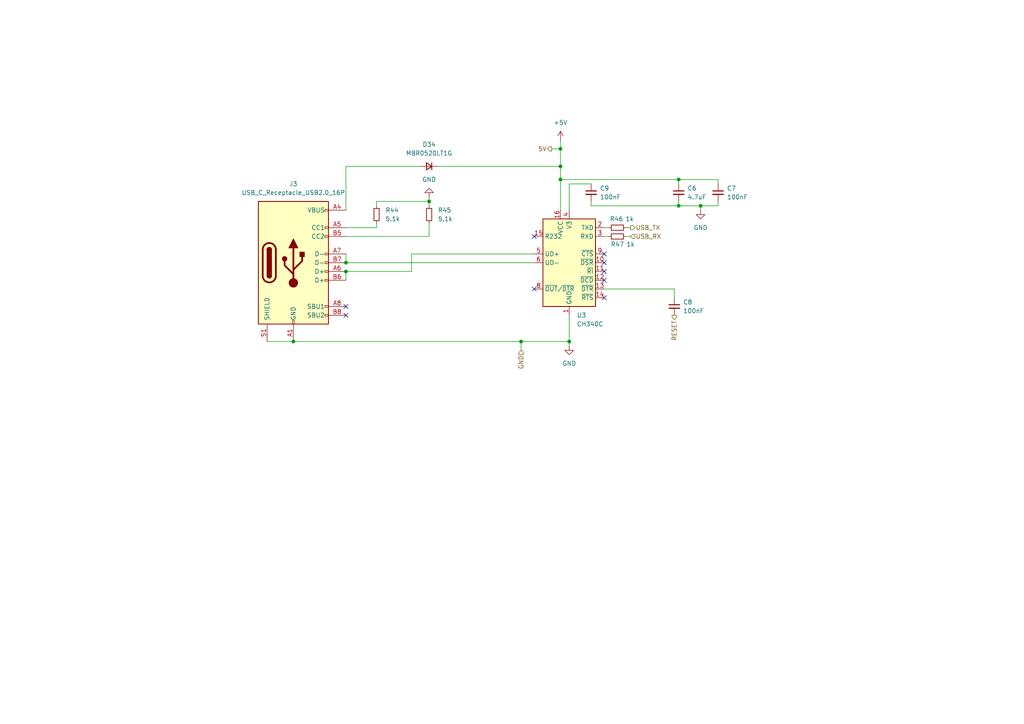
<source format=kicad_sch>
(kicad_sch
	(version 20231120)
	(generator "eeschema")
	(generator_version "8.0")
	(uuid "dd23b238-dffa-4d6a-8949-5d3a0c191a40")
	(paper "A4")
	(title_block
		(title "USB-C Port & Serial interfacing")
		(date "2024-07-03")
		(rev "0.5.x")
		(company "Pablo Ortiz López, Evan MacDonald")
	)
	(lib_symbols
		(symbol "Connector:USB_C_Receptacle_USB2.0_16P"
			(pin_names
				(offset 1.016)
			)
			(exclude_from_sim no)
			(in_bom yes)
			(on_board yes)
			(property "Reference" "J"
				(at 0 22.225 0)
				(effects
					(font
						(size 1.27 1.27)
					)
				)
			)
			(property "Value" "USB_C_Receptacle_USB2.0_16P"
				(at 0 19.685 0)
				(effects
					(font
						(size 1.27 1.27)
					)
				)
			)
			(property "Footprint" ""
				(at 3.81 0 0)
				(effects
					(font
						(size 1.27 1.27)
					)
					(hide yes)
				)
			)
			(property "Datasheet" "https://www.usb.org/sites/default/files/documents/usb_type-c.zip"
				(at 3.81 0 0)
				(effects
					(font
						(size 1.27 1.27)
					)
					(hide yes)
				)
			)
			(property "Description" "USB 2.0-only 16P Type-C Receptacle connector"
				(at 0 0 0)
				(effects
					(font
						(size 1.27 1.27)
					)
					(hide yes)
				)
			)
			(property "ki_keywords" "usb universal serial bus type-C USB2.0"
				(at 0 0 0)
				(effects
					(font
						(size 1.27 1.27)
					)
					(hide yes)
				)
			)
			(property "ki_fp_filters" "USB*C*Receptacle*"
				(at 0 0 0)
				(effects
					(font
						(size 1.27 1.27)
					)
					(hide yes)
				)
			)
			(symbol "USB_C_Receptacle_USB2.0_16P_0_0"
				(rectangle
					(start -0.254 -17.78)
					(end 0.254 -16.764)
					(stroke
						(width 0)
						(type default)
					)
					(fill
						(type none)
					)
				)
				(rectangle
					(start 10.16 -14.986)
					(end 9.144 -15.494)
					(stroke
						(width 0)
						(type default)
					)
					(fill
						(type none)
					)
				)
				(rectangle
					(start 10.16 -12.446)
					(end 9.144 -12.954)
					(stroke
						(width 0)
						(type default)
					)
					(fill
						(type none)
					)
				)
				(rectangle
					(start 10.16 -4.826)
					(end 9.144 -5.334)
					(stroke
						(width 0)
						(type default)
					)
					(fill
						(type none)
					)
				)
				(rectangle
					(start 10.16 -2.286)
					(end 9.144 -2.794)
					(stroke
						(width 0)
						(type default)
					)
					(fill
						(type none)
					)
				)
				(rectangle
					(start 10.16 0.254)
					(end 9.144 -0.254)
					(stroke
						(width 0)
						(type default)
					)
					(fill
						(type none)
					)
				)
				(rectangle
					(start 10.16 2.794)
					(end 9.144 2.286)
					(stroke
						(width 0)
						(type default)
					)
					(fill
						(type none)
					)
				)
				(rectangle
					(start 10.16 7.874)
					(end 9.144 7.366)
					(stroke
						(width 0)
						(type default)
					)
					(fill
						(type none)
					)
				)
				(rectangle
					(start 10.16 10.414)
					(end 9.144 9.906)
					(stroke
						(width 0)
						(type default)
					)
					(fill
						(type none)
					)
				)
				(rectangle
					(start 10.16 15.494)
					(end 9.144 14.986)
					(stroke
						(width 0)
						(type default)
					)
					(fill
						(type none)
					)
				)
			)
			(symbol "USB_C_Receptacle_USB2.0_16P_0_1"
				(rectangle
					(start -10.16 17.78)
					(end 10.16 -17.78)
					(stroke
						(width 0.254)
						(type default)
					)
					(fill
						(type background)
					)
				)
				(arc
					(start -8.89 -3.81)
					(mid -6.985 -5.7067)
					(end -5.08 -3.81)
					(stroke
						(width 0.508)
						(type default)
					)
					(fill
						(type none)
					)
				)
				(arc
					(start -7.62 -3.81)
					(mid -6.985 -4.4423)
					(end -6.35 -3.81)
					(stroke
						(width 0.254)
						(type default)
					)
					(fill
						(type none)
					)
				)
				(arc
					(start -7.62 -3.81)
					(mid -6.985 -4.4423)
					(end -6.35 -3.81)
					(stroke
						(width 0.254)
						(type default)
					)
					(fill
						(type outline)
					)
				)
				(rectangle
					(start -7.62 -3.81)
					(end -6.35 3.81)
					(stroke
						(width 0.254)
						(type default)
					)
					(fill
						(type outline)
					)
				)
				(arc
					(start -6.35 3.81)
					(mid -6.985 4.4423)
					(end -7.62 3.81)
					(stroke
						(width 0.254)
						(type default)
					)
					(fill
						(type none)
					)
				)
				(arc
					(start -6.35 3.81)
					(mid -6.985 4.4423)
					(end -7.62 3.81)
					(stroke
						(width 0.254)
						(type default)
					)
					(fill
						(type outline)
					)
				)
				(arc
					(start -5.08 3.81)
					(mid -6.985 5.7067)
					(end -8.89 3.81)
					(stroke
						(width 0.508)
						(type default)
					)
					(fill
						(type none)
					)
				)
				(circle
					(center -2.54 1.143)
					(radius 0.635)
					(stroke
						(width 0.254)
						(type default)
					)
					(fill
						(type outline)
					)
				)
				(circle
					(center 0 -5.842)
					(radius 1.27)
					(stroke
						(width 0)
						(type default)
					)
					(fill
						(type outline)
					)
				)
				(polyline
					(pts
						(xy -8.89 -3.81) (xy -8.89 3.81)
					)
					(stroke
						(width 0.508)
						(type default)
					)
					(fill
						(type none)
					)
				)
				(polyline
					(pts
						(xy -5.08 3.81) (xy -5.08 -3.81)
					)
					(stroke
						(width 0.508)
						(type default)
					)
					(fill
						(type none)
					)
				)
				(polyline
					(pts
						(xy 0 -5.842) (xy 0 4.318)
					)
					(stroke
						(width 0.508)
						(type default)
					)
					(fill
						(type none)
					)
				)
				(polyline
					(pts
						(xy 0 -3.302) (xy -2.54 -0.762) (xy -2.54 0.508)
					)
					(stroke
						(width 0.508)
						(type default)
					)
					(fill
						(type none)
					)
				)
				(polyline
					(pts
						(xy 0 -2.032) (xy 2.54 0.508) (xy 2.54 1.778)
					)
					(stroke
						(width 0.508)
						(type default)
					)
					(fill
						(type none)
					)
				)
				(polyline
					(pts
						(xy -1.27 4.318) (xy 0 6.858) (xy 1.27 4.318) (xy -1.27 4.318)
					)
					(stroke
						(width 0.254)
						(type default)
					)
					(fill
						(type outline)
					)
				)
				(rectangle
					(start 1.905 1.778)
					(end 3.175 3.048)
					(stroke
						(width 0.254)
						(type default)
					)
					(fill
						(type outline)
					)
				)
			)
			(symbol "USB_C_Receptacle_USB2.0_16P_1_1"
				(pin passive line
					(at 0 -22.86 90)
					(length 5.08)
					(name "GND"
						(effects
							(font
								(size 1.27 1.27)
							)
						)
					)
					(number "A1"
						(effects
							(font
								(size 1.27 1.27)
							)
						)
					)
				)
				(pin passive line
					(at 0 -22.86 90)
					(length 5.08) hide
					(name "GND"
						(effects
							(font
								(size 1.27 1.27)
							)
						)
					)
					(number "A12"
						(effects
							(font
								(size 1.27 1.27)
							)
						)
					)
				)
				(pin passive line
					(at 15.24 15.24 180)
					(length 5.08)
					(name "VBUS"
						(effects
							(font
								(size 1.27 1.27)
							)
						)
					)
					(number "A4"
						(effects
							(font
								(size 1.27 1.27)
							)
						)
					)
				)
				(pin bidirectional line
					(at 15.24 10.16 180)
					(length 5.08)
					(name "CC1"
						(effects
							(font
								(size 1.27 1.27)
							)
						)
					)
					(number "A5"
						(effects
							(font
								(size 1.27 1.27)
							)
						)
					)
				)
				(pin bidirectional line
					(at 15.24 -2.54 180)
					(length 5.08)
					(name "D+"
						(effects
							(font
								(size 1.27 1.27)
							)
						)
					)
					(number "A6"
						(effects
							(font
								(size 1.27 1.27)
							)
						)
					)
				)
				(pin bidirectional line
					(at 15.24 2.54 180)
					(length 5.08)
					(name "D-"
						(effects
							(font
								(size 1.27 1.27)
							)
						)
					)
					(number "A7"
						(effects
							(font
								(size 1.27 1.27)
							)
						)
					)
				)
				(pin bidirectional line
					(at 15.24 -12.7 180)
					(length 5.08)
					(name "SBU1"
						(effects
							(font
								(size 1.27 1.27)
							)
						)
					)
					(number "A8"
						(effects
							(font
								(size 1.27 1.27)
							)
						)
					)
				)
				(pin passive line
					(at 15.24 15.24 180)
					(length 5.08) hide
					(name "VBUS"
						(effects
							(font
								(size 1.27 1.27)
							)
						)
					)
					(number "A9"
						(effects
							(font
								(size 1.27 1.27)
							)
						)
					)
				)
				(pin passive line
					(at 0 -22.86 90)
					(length 5.08) hide
					(name "GND"
						(effects
							(font
								(size 1.27 1.27)
							)
						)
					)
					(number "B1"
						(effects
							(font
								(size 1.27 1.27)
							)
						)
					)
				)
				(pin passive line
					(at 0 -22.86 90)
					(length 5.08) hide
					(name "GND"
						(effects
							(font
								(size 1.27 1.27)
							)
						)
					)
					(number "B12"
						(effects
							(font
								(size 1.27 1.27)
							)
						)
					)
				)
				(pin passive line
					(at 15.24 15.24 180)
					(length 5.08) hide
					(name "VBUS"
						(effects
							(font
								(size 1.27 1.27)
							)
						)
					)
					(number "B4"
						(effects
							(font
								(size 1.27 1.27)
							)
						)
					)
				)
				(pin bidirectional line
					(at 15.24 7.62 180)
					(length 5.08)
					(name "CC2"
						(effects
							(font
								(size 1.27 1.27)
							)
						)
					)
					(number "B5"
						(effects
							(font
								(size 1.27 1.27)
							)
						)
					)
				)
				(pin bidirectional line
					(at 15.24 -5.08 180)
					(length 5.08)
					(name "D+"
						(effects
							(font
								(size 1.27 1.27)
							)
						)
					)
					(number "B6"
						(effects
							(font
								(size 1.27 1.27)
							)
						)
					)
				)
				(pin bidirectional line
					(at 15.24 0 180)
					(length 5.08)
					(name "D-"
						(effects
							(font
								(size 1.27 1.27)
							)
						)
					)
					(number "B7"
						(effects
							(font
								(size 1.27 1.27)
							)
						)
					)
				)
				(pin bidirectional line
					(at 15.24 -15.24 180)
					(length 5.08)
					(name "SBU2"
						(effects
							(font
								(size 1.27 1.27)
							)
						)
					)
					(number "B8"
						(effects
							(font
								(size 1.27 1.27)
							)
						)
					)
				)
				(pin passive line
					(at 15.24 15.24 180)
					(length 5.08) hide
					(name "VBUS"
						(effects
							(font
								(size 1.27 1.27)
							)
						)
					)
					(number "B9"
						(effects
							(font
								(size 1.27 1.27)
							)
						)
					)
				)
				(pin passive line
					(at -7.62 -22.86 90)
					(length 5.08)
					(name "SHIELD"
						(effects
							(font
								(size 1.27 1.27)
							)
						)
					)
					(number "S1"
						(effects
							(font
								(size 1.27 1.27)
							)
						)
					)
				)
			)
		)
		(symbol "Device:C_Small"
			(pin_numbers hide)
			(pin_names
				(offset 0.254) hide)
			(exclude_from_sim no)
			(in_bom yes)
			(on_board yes)
			(property "Reference" "C"
				(at 0.254 1.778 0)
				(effects
					(font
						(size 1.27 1.27)
					)
					(justify left)
				)
			)
			(property "Value" "C_Small"
				(at 0.254 -2.032 0)
				(effects
					(font
						(size 1.27 1.27)
					)
					(justify left)
				)
			)
			(property "Footprint" ""
				(at 0 0 0)
				(effects
					(font
						(size 1.27 1.27)
					)
					(hide yes)
				)
			)
			(property "Datasheet" "~"
				(at 0 0 0)
				(effects
					(font
						(size 1.27 1.27)
					)
					(hide yes)
				)
			)
			(property "Description" "Unpolarized capacitor, small symbol"
				(at 0 0 0)
				(effects
					(font
						(size 1.27 1.27)
					)
					(hide yes)
				)
			)
			(property "ki_keywords" "capacitor cap"
				(at 0 0 0)
				(effects
					(font
						(size 1.27 1.27)
					)
					(hide yes)
				)
			)
			(property "ki_fp_filters" "C_*"
				(at 0 0 0)
				(effects
					(font
						(size 1.27 1.27)
					)
					(hide yes)
				)
			)
			(symbol "C_Small_0_1"
				(polyline
					(pts
						(xy -1.524 -0.508) (xy 1.524 -0.508)
					)
					(stroke
						(width 0.3302)
						(type default)
					)
					(fill
						(type none)
					)
				)
				(polyline
					(pts
						(xy -1.524 0.508) (xy 1.524 0.508)
					)
					(stroke
						(width 0.3048)
						(type default)
					)
					(fill
						(type none)
					)
				)
			)
			(symbol "C_Small_1_1"
				(pin passive line
					(at 0 2.54 270)
					(length 2.032)
					(name "~"
						(effects
							(font
								(size 1.27 1.27)
							)
						)
					)
					(number "1"
						(effects
							(font
								(size 1.27 1.27)
							)
						)
					)
				)
				(pin passive line
					(at 0 -2.54 90)
					(length 2.032)
					(name "~"
						(effects
							(font
								(size 1.27 1.27)
							)
						)
					)
					(number "2"
						(effects
							(font
								(size 1.27 1.27)
							)
						)
					)
				)
			)
		)
		(symbol "Device:D_Small"
			(pin_numbers hide)
			(pin_names
				(offset 0.254) hide)
			(exclude_from_sim no)
			(in_bom yes)
			(on_board yes)
			(property "Reference" "D"
				(at -1.27 2.032 0)
				(effects
					(font
						(size 1.27 1.27)
					)
					(justify left)
				)
			)
			(property "Value" "D_Small"
				(at -3.81 -2.032 0)
				(effects
					(font
						(size 1.27 1.27)
					)
					(justify left)
				)
			)
			(property "Footprint" ""
				(at 0 0 90)
				(effects
					(font
						(size 1.27 1.27)
					)
					(hide yes)
				)
			)
			(property "Datasheet" "~"
				(at 0 0 90)
				(effects
					(font
						(size 1.27 1.27)
					)
					(hide yes)
				)
			)
			(property "Description" "Diode, small symbol"
				(at 0 0 0)
				(effects
					(font
						(size 1.27 1.27)
					)
					(hide yes)
				)
			)
			(property "Sim.Device" "D"
				(at 0 0 0)
				(effects
					(font
						(size 1.27 1.27)
					)
					(hide yes)
				)
			)
			(property "Sim.Pins" "1=K 2=A"
				(at 0 0 0)
				(effects
					(font
						(size 1.27 1.27)
					)
					(hide yes)
				)
			)
			(property "ki_keywords" "diode"
				(at 0 0 0)
				(effects
					(font
						(size 1.27 1.27)
					)
					(hide yes)
				)
			)
			(property "ki_fp_filters" "TO-???* *_Diode_* *SingleDiode* D_*"
				(at 0 0 0)
				(effects
					(font
						(size 1.27 1.27)
					)
					(hide yes)
				)
			)
			(symbol "D_Small_0_1"
				(polyline
					(pts
						(xy -0.762 -1.016) (xy -0.762 1.016)
					)
					(stroke
						(width 0.254)
						(type default)
					)
					(fill
						(type none)
					)
				)
				(polyline
					(pts
						(xy -0.762 0) (xy 0.762 0)
					)
					(stroke
						(width 0)
						(type default)
					)
					(fill
						(type none)
					)
				)
				(polyline
					(pts
						(xy 0.762 -1.016) (xy -0.762 0) (xy 0.762 1.016) (xy 0.762 -1.016)
					)
					(stroke
						(width 0.254)
						(type default)
					)
					(fill
						(type none)
					)
				)
			)
			(symbol "D_Small_1_1"
				(pin passive line
					(at -2.54 0 0)
					(length 1.778)
					(name "K"
						(effects
							(font
								(size 1.27 1.27)
							)
						)
					)
					(number "1"
						(effects
							(font
								(size 1.27 1.27)
							)
						)
					)
				)
				(pin passive line
					(at 2.54 0 180)
					(length 1.778)
					(name "A"
						(effects
							(font
								(size 1.27 1.27)
							)
						)
					)
					(number "2"
						(effects
							(font
								(size 1.27 1.27)
							)
						)
					)
				)
			)
		)
		(symbol "Device:R_Small"
			(pin_numbers hide)
			(pin_names
				(offset 0.254) hide)
			(exclude_from_sim no)
			(in_bom yes)
			(on_board yes)
			(property "Reference" "R"
				(at 0.762 0.508 0)
				(effects
					(font
						(size 1.27 1.27)
					)
					(justify left)
				)
			)
			(property "Value" "R_Small"
				(at 0.762 -1.016 0)
				(effects
					(font
						(size 1.27 1.27)
					)
					(justify left)
				)
			)
			(property "Footprint" ""
				(at 0 0 0)
				(effects
					(font
						(size 1.27 1.27)
					)
					(hide yes)
				)
			)
			(property "Datasheet" "~"
				(at 0 0 0)
				(effects
					(font
						(size 1.27 1.27)
					)
					(hide yes)
				)
			)
			(property "Description" "Resistor, small symbol"
				(at 0 0 0)
				(effects
					(font
						(size 1.27 1.27)
					)
					(hide yes)
				)
			)
			(property "ki_keywords" "R resistor"
				(at 0 0 0)
				(effects
					(font
						(size 1.27 1.27)
					)
					(hide yes)
				)
			)
			(property "ki_fp_filters" "R_*"
				(at 0 0 0)
				(effects
					(font
						(size 1.27 1.27)
					)
					(hide yes)
				)
			)
			(symbol "R_Small_0_1"
				(rectangle
					(start -0.762 1.778)
					(end 0.762 -1.778)
					(stroke
						(width 0.2032)
						(type default)
					)
					(fill
						(type none)
					)
				)
			)
			(symbol "R_Small_1_1"
				(pin passive line
					(at 0 2.54 270)
					(length 0.762)
					(name "~"
						(effects
							(font
								(size 1.27 1.27)
							)
						)
					)
					(number "1"
						(effects
							(font
								(size 1.27 1.27)
							)
						)
					)
				)
				(pin passive line
					(at 0 -2.54 90)
					(length 0.762)
					(name "~"
						(effects
							(font
								(size 1.27 1.27)
							)
						)
					)
					(number "2"
						(effects
							(font
								(size 1.27 1.27)
							)
						)
					)
				)
			)
		)
		(symbol "Interface_USB:CH340C"
			(exclude_from_sim no)
			(in_bom yes)
			(on_board yes)
			(property "Reference" "U"
				(at -5.08 13.97 0)
				(effects
					(font
						(size 1.27 1.27)
					)
					(justify right)
				)
			)
			(property "Value" "CH340C"
				(at 1.27 13.97 0)
				(effects
					(font
						(size 1.27 1.27)
					)
					(justify left)
				)
			)
			(property "Footprint" "Package_SO:SOIC-16_3.9x9.9mm_P1.27mm"
				(at 1.27 -13.97 0)
				(effects
					(font
						(size 1.27 1.27)
					)
					(justify left)
					(hide yes)
				)
			)
			(property "Datasheet" "https://datasheet.lcsc.com/szlcsc/Jiangsu-Qin-Heng-CH340C_C84681.pdf"
				(at -8.89 20.32 0)
				(effects
					(font
						(size 1.27 1.27)
					)
					(hide yes)
				)
			)
			(property "Description" "USB serial converter, UART, SOIC-16"
				(at 0 0 0)
				(effects
					(font
						(size 1.27 1.27)
					)
					(hide yes)
				)
			)
			(property "ki_keywords" "USB UART Serial Converter Interface"
				(at 0 0 0)
				(effects
					(font
						(size 1.27 1.27)
					)
					(hide yes)
				)
			)
			(property "ki_fp_filters" "SOIC*3.9x9.9mm*P1.27mm*"
				(at 0 0 0)
				(effects
					(font
						(size 1.27 1.27)
					)
					(hide yes)
				)
			)
			(symbol "CH340C_0_1"
				(rectangle
					(start -7.62 12.7)
					(end 7.62 -12.7)
					(stroke
						(width 0.254)
						(type default)
					)
					(fill
						(type background)
					)
				)
			)
			(symbol "CH340C_1_1"
				(pin power_in line
					(at 0 -15.24 90)
					(length 2.54)
					(name "GND"
						(effects
							(font
								(size 1.27 1.27)
							)
						)
					)
					(number "1"
						(effects
							(font
								(size 1.27 1.27)
							)
						)
					)
				)
				(pin input line
					(at 10.16 0 180)
					(length 2.54)
					(name "~{DSR}"
						(effects
							(font
								(size 1.27 1.27)
							)
						)
					)
					(number "10"
						(effects
							(font
								(size 1.27 1.27)
							)
						)
					)
				)
				(pin input line
					(at 10.16 -2.54 180)
					(length 2.54)
					(name "~{RI}"
						(effects
							(font
								(size 1.27 1.27)
							)
						)
					)
					(number "11"
						(effects
							(font
								(size 1.27 1.27)
							)
						)
					)
				)
				(pin input line
					(at 10.16 -5.08 180)
					(length 2.54)
					(name "~{DCD}"
						(effects
							(font
								(size 1.27 1.27)
							)
						)
					)
					(number "12"
						(effects
							(font
								(size 1.27 1.27)
							)
						)
					)
				)
				(pin output line
					(at 10.16 -7.62 180)
					(length 2.54)
					(name "~{DTR}"
						(effects
							(font
								(size 1.27 1.27)
							)
						)
					)
					(number "13"
						(effects
							(font
								(size 1.27 1.27)
							)
						)
					)
				)
				(pin output line
					(at 10.16 -10.16 180)
					(length 2.54)
					(name "~{RTS}"
						(effects
							(font
								(size 1.27 1.27)
							)
						)
					)
					(number "14"
						(effects
							(font
								(size 1.27 1.27)
							)
						)
					)
				)
				(pin input line
					(at -10.16 7.62 0)
					(length 2.54)
					(name "R232"
						(effects
							(font
								(size 1.27 1.27)
							)
						)
					)
					(number "15"
						(effects
							(font
								(size 1.27 1.27)
							)
						)
					)
				)
				(pin power_in line
					(at -2.54 15.24 270)
					(length 2.54)
					(name "VCC"
						(effects
							(font
								(size 1.27 1.27)
							)
						)
					)
					(number "16"
						(effects
							(font
								(size 1.27 1.27)
							)
						)
					)
				)
				(pin output line
					(at 10.16 10.16 180)
					(length 2.54)
					(name "TXD"
						(effects
							(font
								(size 1.27 1.27)
							)
						)
					)
					(number "2"
						(effects
							(font
								(size 1.27 1.27)
							)
						)
					)
				)
				(pin input line
					(at 10.16 7.62 180)
					(length 2.54)
					(name "RXD"
						(effects
							(font
								(size 1.27 1.27)
							)
						)
					)
					(number "3"
						(effects
							(font
								(size 1.27 1.27)
							)
						)
					)
				)
				(pin power_out line
					(at 0 15.24 270)
					(length 2.54)
					(name "V3"
						(effects
							(font
								(size 1.27 1.27)
							)
						)
					)
					(number "4"
						(effects
							(font
								(size 1.27 1.27)
							)
						)
					)
				)
				(pin bidirectional line
					(at -10.16 2.54 0)
					(length 2.54)
					(name "UD+"
						(effects
							(font
								(size 1.27 1.27)
							)
						)
					)
					(number "5"
						(effects
							(font
								(size 1.27 1.27)
							)
						)
					)
				)
				(pin bidirectional line
					(at -10.16 0 0)
					(length 2.54)
					(name "UD-"
						(effects
							(font
								(size 1.27 1.27)
							)
						)
					)
					(number "6"
						(effects
							(font
								(size 1.27 1.27)
							)
						)
					)
				)
				(pin no_connect line
					(at -7.62 -5.08 0)
					(length 2.54) hide
					(name "NC"
						(effects
							(font
								(size 1.27 1.27)
							)
						)
					)
					(number "7"
						(effects
							(font
								(size 1.27 1.27)
							)
						)
					)
				)
				(pin output line
					(at -10.16 -7.62 0)
					(length 2.54)
					(name "~{OUT}/~{DTR}"
						(effects
							(font
								(size 1.27 1.27)
							)
						)
					)
					(number "8"
						(effects
							(font
								(size 1.27 1.27)
							)
						)
					)
				)
				(pin input line
					(at 10.16 2.54 180)
					(length 2.54)
					(name "~{CTS}"
						(effects
							(font
								(size 1.27 1.27)
							)
						)
					)
					(number "9"
						(effects
							(font
								(size 1.27 1.27)
							)
						)
					)
				)
			)
		)
		(symbol "power:+5V"
			(power)
			(pin_numbers hide)
			(pin_names
				(offset 0) hide)
			(exclude_from_sim no)
			(in_bom yes)
			(on_board yes)
			(property "Reference" "#PWR"
				(at 0 -3.81 0)
				(effects
					(font
						(size 1.27 1.27)
					)
					(hide yes)
				)
			)
			(property "Value" "+5V"
				(at 0 3.556 0)
				(effects
					(font
						(size 1.27 1.27)
					)
				)
			)
			(property "Footprint" ""
				(at 0 0 0)
				(effects
					(font
						(size 1.27 1.27)
					)
					(hide yes)
				)
			)
			(property "Datasheet" ""
				(at 0 0 0)
				(effects
					(font
						(size 1.27 1.27)
					)
					(hide yes)
				)
			)
			(property "Description" "Power symbol creates a global label with name \"+5V\""
				(at 0 0 0)
				(effects
					(font
						(size 1.27 1.27)
					)
					(hide yes)
				)
			)
			(property "ki_keywords" "global power"
				(at 0 0 0)
				(effects
					(font
						(size 1.27 1.27)
					)
					(hide yes)
				)
			)
			(symbol "+5V_0_1"
				(polyline
					(pts
						(xy -0.762 1.27) (xy 0 2.54)
					)
					(stroke
						(width 0)
						(type default)
					)
					(fill
						(type none)
					)
				)
				(polyline
					(pts
						(xy 0 0) (xy 0 2.54)
					)
					(stroke
						(width 0)
						(type default)
					)
					(fill
						(type none)
					)
				)
				(polyline
					(pts
						(xy 0 2.54) (xy 0.762 1.27)
					)
					(stroke
						(width 0)
						(type default)
					)
					(fill
						(type none)
					)
				)
			)
			(symbol "+5V_1_1"
				(pin power_in line
					(at 0 0 90)
					(length 0)
					(name "~"
						(effects
							(font
								(size 1.27 1.27)
							)
						)
					)
					(number "1"
						(effects
							(font
								(size 1.27 1.27)
							)
						)
					)
				)
			)
		)
		(symbol "power:GND"
			(power)
			(pin_names
				(offset 0)
			)
			(exclude_from_sim no)
			(in_bom yes)
			(on_board yes)
			(property "Reference" "#PWR"
				(at 0 -6.35 0)
				(effects
					(font
						(size 1.27 1.27)
					)
					(hide yes)
				)
			)
			(property "Value" "GND"
				(at 0 -3.81 0)
				(effects
					(font
						(size 1.27 1.27)
					)
				)
			)
			(property "Footprint" ""
				(at 0 0 0)
				(effects
					(font
						(size 1.27 1.27)
					)
					(hide yes)
				)
			)
			(property "Datasheet" ""
				(at 0 0 0)
				(effects
					(font
						(size 1.27 1.27)
					)
					(hide yes)
				)
			)
			(property "Description" "Power symbol creates a global label with name \"GND\" , ground"
				(at 0 0 0)
				(effects
					(font
						(size 1.27 1.27)
					)
					(hide yes)
				)
			)
			(property "ki_keywords" "global power"
				(at 0 0 0)
				(effects
					(font
						(size 1.27 1.27)
					)
					(hide yes)
				)
			)
			(symbol "GND_0_1"
				(polyline
					(pts
						(xy 0 0) (xy 0 -1.27) (xy 1.27 -1.27) (xy 0 -2.54) (xy -1.27 -1.27) (xy 0 -1.27)
					)
					(stroke
						(width 0)
						(type default)
					)
					(fill
						(type none)
					)
				)
			)
			(symbol "GND_1_1"
				(pin power_in line
					(at 0 0 270)
					(length 0) hide
					(name "GND"
						(effects
							(font
								(size 1.27 1.27)
							)
						)
					)
					(number "1"
						(effects
							(font
								(size 1.27 1.27)
							)
						)
					)
				)
			)
		)
	)
	(junction
		(at 162.56 48.26)
		(diameter 0)
		(color 0 0 0 0)
		(uuid "1689386c-d3b4-45e9-9eb1-af5ec7faaf0c")
	)
	(junction
		(at 196.85 52.07)
		(diameter 0)
		(color 0 0 0 0)
		(uuid "17f9e18d-c07b-4d7c-a526-486619e6ae3a")
	)
	(junction
		(at 165.1 99.06)
		(diameter 0)
		(color 0 0 0 0)
		(uuid "56281cef-732d-4739-876f-35f5b8b92783")
	)
	(junction
		(at 85.09 99.06)
		(diameter 0)
		(color 0 0 0 0)
		(uuid "6c083b0d-a5ba-46b9-af83-0f58b628050e")
	)
	(junction
		(at 124.46 58.42)
		(diameter 0)
		(color 0 0 0 0)
		(uuid "741db92a-aabf-437d-a1d5-0d4398ae485d")
	)
	(junction
		(at 162.56 43.18)
		(diameter 0)
		(color 0 0 0 0)
		(uuid "86527363-4d30-4550-b3ea-52c58c7e4f6b")
	)
	(junction
		(at 203.2 59.69)
		(diameter 0)
		(color 0 0 0 0)
		(uuid "8e93a548-1c14-485a-bc04-272e6c4c8136")
	)
	(junction
		(at 100.33 76.2)
		(diameter 0)
		(color 0 0 0 0)
		(uuid "a04069de-4320-4063-ab73-5f4b71f45553")
	)
	(junction
		(at 196.85 59.69)
		(diameter 0)
		(color 0 0 0 0)
		(uuid "d37ba4e1-9f1d-4561-9ab2-fe1a5fdc4814")
	)
	(junction
		(at 100.33 78.74)
		(diameter 0)
		(color 0 0 0 0)
		(uuid "e85a1f13-01d1-4fd0-95af-4fc4d6cb960a")
	)
	(junction
		(at 162.56 52.07)
		(diameter 0)
		(color 0 0 0 0)
		(uuid "f44e7d95-da3e-4cb2-b924-16a43cb91898")
	)
	(junction
		(at 151.13 99.06)
		(diameter 0)
		(color 0 0 0 0)
		(uuid "fc2f0de2-2bf2-4dce-8112-45d035919837")
	)
	(no_connect
		(at 154.94 68.58)
		(uuid "1382f293-b31a-499f-8b95-88fddb31d56b")
	)
	(no_connect
		(at 175.26 73.66)
		(uuid "28a6f662-23c2-49af-9256-d3a9aeee5969")
	)
	(no_connect
		(at 175.26 86.36)
		(uuid "402cafa6-9af6-4094-b9bb-ed4e822eaff9")
	)
	(no_connect
		(at 100.33 91.44)
		(uuid "455f9cf9-10e3-496b-b138-e7536bac10b6")
	)
	(no_connect
		(at 154.94 83.82)
		(uuid "58d398fd-6f4c-49ce-b8da-344ae8ce7c41")
	)
	(no_connect
		(at 100.33 88.9)
		(uuid "9bbdffbe-ee20-4f4b-b7ea-c65bd46f8abd")
	)
	(no_connect
		(at 175.26 78.74)
		(uuid "a3402384-5c14-44ea-91a2-7b8162a0c7c2")
	)
	(no_connect
		(at 175.26 76.2)
		(uuid "c3a761f9-1638-4965-bf1e-9eef4950769b")
	)
	(no_connect
		(at 175.26 81.28)
		(uuid "cb9fa626-5cb9-40a5-8c69-14ef1a3a3110")
	)
	(wire
		(pts
			(xy 100.33 60.96) (xy 100.33 48.26)
		)
		(stroke
			(width 0)
			(type default)
		)
		(uuid "13976e1a-011d-4eab-ae7e-2a3fe98f7c86")
	)
	(wire
		(pts
			(xy 165.1 100.33) (xy 165.1 99.06)
		)
		(stroke
			(width 0)
			(type default)
		)
		(uuid "1943b4ee-84eb-463d-8bc3-d28aa2b97bcf")
	)
	(wire
		(pts
			(xy 124.46 68.58) (xy 124.46 64.77)
		)
		(stroke
			(width 0)
			(type default)
		)
		(uuid "1eaff77c-6ac3-4315-824a-108d8d64d5c2")
	)
	(wire
		(pts
			(xy 203.2 60.96) (xy 203.2 59.69)
		)
		(stroke
			(width 0)
			(type default)
		)
		(uuid "20ca2f99-247d-4852-bf0d-ff710279fb59")
	)
	(wire
		(pts
			(xy 165.1 53.34) (xy 171.45 53.34)
		)
		(stroke
			(width 0)
			(type default)
		)
		(uuid "21f3323b-960b-4d14-9b60-4bf77088cbd8")
	)
	(wire
		(pts
			(xy 176.53 66.04) (xy 175.26 66.04)
		)
		(stroke
			(width 0)
			(type default)
		)
		(uuid "28895fcf-e815-490a-806c-1e8722020ec0")
	)
	(wire
		(pts
			(xy 196.85 52.07) (xy 208.28 52.07)
		)
		(stroke
			(width 0)
			(type default)
		)
		(uuid "29e0aff4-976f-4f2b-9b1e-78929775b2fa")
	)
	(wire
		(pts
			(xy 196.85 58.42) (xy 196.85 59.69)
		)
		(stroke
			(width 0)
			(type default)
		)
		(uuid "33bc66bc-36ed-47a7-ab67-c7ffac88a909")
	)
	(wire
		(pts
			(xy 196.85 59.69) (xy 203.2 59.69)
		)
		(stroke
			(width 0)
			(type default)
		)
		(uuid "3bb1298b-852b-4b4d-83d8-b7483d63fae5")
	)
	(wire
		(pts
			(xy 175.26 83.82) (xy 195.58 83.82)
		)
		(stroke
			(width 0)
			(type default)
		)
		(uuid "3d8037b4-850b-4c1b-bc80-1074d393b074")
	)
	(wire
		(pts
			(xy 100.33 68.58) (xy 124.46 68.58)
		)
		(stroke
			(width 0)
			(type default)
		)
		(uuid "3f35051e-b761-4d25-9e56-f0b268b00535")
	)
	(wire
		(pts
			(xy 162.56 43.18) (xy 162.56 48.26)
		)
		(stroke
			(width 0)
			(type default)
		)
		(uuid "4432086a-71df-4eca-aa7c-60db759ed9d1")
	)
	(wire
		(pts
			(xy 160.02 43.18) (xy 162.56 43.18)
		)
		(stroke
			(width 0)
			(type default)
		)
		(uuid "4bcb0299-5df0-4b20-8342-0ab5e49a4d3a")
	)
	(wire
		(pts
			(xy 100.33 48.26) (xy 121.92 48.26)
		)
		(stroke
			(width 0)
			(type default)
		)
		(uuid "4eeffd8a-604e-4440-98a2-7ede6bf1d0b3")
	)
	(wire
		(pts
			(xy 109.22 66.04) (xy 109.22 64.77)
		)
		(stroke
			(width 0)
			(type default)
		)
		(uuid "54ed480d-6196-4cc3-b713-ffb2f6591e00")
	)
	(wire
		(pts
			(xy 162.56 52.07) (xy 162.56 60.96)
		)
		(stroke
			(width 0)
			(type default)
		)
		(uuid "56f05d03-3d3f-4664-beaa-35e86aebb8d5")
	)
	(wire
		(pts
			(xy 171.45 59.69) (xy 171.45 58.42)
		)
		(stroke
			(width 0)
			(type default)
		)
		(uuid "5c6a6197-ad45-4145-b8f3-64f91f973029")
	)
	(wire
		(pts
			(xy 77.47 99.06) (xy 85.09 99.06)
		)
		(stroke
			(width 0)
			(type default)
		)
		(uuid "5e234923-30db-4154-843d-c5bd4d4e4f53")
	)
	(wire
		(pts
			(xy 151.13 101.6) (xy 151.13 99.06)
		)
		(stroke
			(width 0)
			(type default)
		)
		(uuid "755f663b-702e-498b-84a8-e3c95a34d839")
	)
	(wire
		(pts
			(xy 119.38 78.74) (xy 100.33 78.74)
		)
		(stroke
			(width 0)
			(type default)
		)
		(uuid "81c8500b-ecdd-4d70-a9d8-93655ebdc53e")
	)
	(wire
		(pts
			(xy 124.46 58.42) (xy 124.46 59.69)
		)
		(stroke
			(width 0)
			(type default)
		)
		(uuid "8597855b-23a3-44b8-8fe8-cab941d0af72")
	)
	(wire
		(pts
			(xy 119.38 73.66) (xy 119.38 78.74)
		)
		(stroke
			(width 0)
			(type default)
		)
		(uuid "89d3fb67-8cea-453e-b453-f218c57def34")
	)
	(wire
		(pts
			(xy 165.1 99.06) (xy 165.1 91.44)
		)
		(stroke
			(width 0)
			(type default)
		)
		(uuid "94405018-f05b-4fe5-82c1-dd96977e6f35")
	)
	(wire
		(pts
			(xy 151.13 99.06) (xy 165.1 99.06)
		)
		(stroke
			(width 0)
			(type default)
		)
		(uuid "956e055b-862b-408d-8d6f-0d839ea8426e")
	)
	(wire
		(pts
			(xy 208.28 59.69) (xy 203.2 59.69)
		)
		(stroke
			(width 0)
			(type default)
		)
		(uuid "9e2dbeed-a2c6-49b6-a9fd-16b3b8405497")
	)
	(wire
		(pts
			(xy 109.22 58.42) (xy 124.46 58.42)
		)
		(stroke
			(width 0)
			(type default)
		)
		(uuid "9f102673-b63a-4018-9522-557bbc077b7b")
	)
	(wire
		(pts
			(xy 100.33 66.04) (xy 109.22 66.04)
		)
		(stroke
			(width 0)
			(type default)
		)
		(uuid "a2348112-966e-4dd5-a0bc-14550e31a72c")
	)
	(wire
		(pts
			(xy 162.56 40.64) (xy 162.56 43.18)
		)
		(stroke
			(width 0)
			(type default)
		)
		(uuid "a421fee0-e080-4e38-bd40-d93199f03848")
	)
	(wire
		(pts
			(xy 165.1 60.96) (xy 165.1 53.34)
		)
		(stroke
			(width 0)
			(type default)
		)
		(uuid "a5440931-d5df-4ac8-a38a-6bedb6375a55")
	)
	(wire
		(pts
			(xy 195.58 83.82) (xy 195.58 86.36)
		)
		(stroke
			(width 0)
			(type default)
		)
		(uuid "a6acdb2c-a123-49e5-a229-17a8f47d38f2")
	)
	(wire
		(pts
			(xy 109.22 59.69) (xy 109.22 58.42)
		)
		(stroke
			(width 0)
			(type default)
		)
		(uuid "aac441ae-6102-438b-96c0-b0402277382a")
	)
	(wire
		(pts
			(xy 124.46 57.15) (xy 124.46 58.42)
		)
		(stroke
			(width 0)
			(type default)
		)
		(uuid "aadabfee-19d5-4b50-8840-043706d72ae1")
	)
	(wire
		(pts
			(xy 176.53 68.58) (xy 175.26 68.58)
		)
		(stroke
			(width 0)
			(type default)
		)
		(uuid "b416d0de-0597-49f9-9a2e-68f88dab76a9")
	)
	(wire
		(pts
			(xy 196.85 53.34) (xy 196.85 52.07)
		)
		(stroke
			(width 0)
			(type default)
		)
		(uuid "bac13ad7-0bba-46f8-9c7b-6662fa272732")
	)
	(wire
		(pts
			(xy 208.28 53.34) (xy 208.28 52.07)
		)
		(stroke
			(width 0)
			(type default)
		)
		(uuid "c0f314ba-f7e1-487b-b715-90efd18a92e7")
	)
	(wire
		(pts
			(xy 100.33 78.74) (xy 100.33 81.28)
		)
		(stroke
			(width 0)
			(type default)
		)
		(uuid "c96131bd-9614-4f70-9a0f-2d6e29cf39f3")
	)
	(wire
		(pts
			(xy 100.33 73.66) (xy 100.33 76.2)
		)
		(stroke
			(width 0)
			(type default)
		)
		(uuid "c9ee3291-c3c8-46b8-b81e-046c66666a82")
	)
	(wire
		(pts
			(xy 154.94 73.66) (xy 119.38 73.66)
		)
		(stroke
			(width 0)
			(type default)
		)
		(uuid "cefff7c5-5bf9-4528-b8bc-faf600e4229d")
	)
	(wire
		(pts
			(xy 100.33 76.2) (xy 154.94 76.2)
		)
		(stroke
			(width 0)
			(type default)
		)
		(uuid "d48906bf-0555-4831-a995-3b3965d703b6")
	)
	(wire
		(pts
			(xy 127 48.26) (xy 162.56 48.26)
		)
		(stroke
			(width 0)
			(type default)
		)
		(uuid "d55a789b-0251-4807-b4b2-6a34c780f50d")
	)
	(wire
		(pts
			(xy 208.28 58.42) (xy 208.28 59.69)
		)
		(stroke
			(width 0)
			(type default)
		)
		(uuid "d757a0f8-d950-4a06-9405-e28d9bb9321f")
	)
	(wire
		(pts
			(xy 85.09 99.06) (xy 151.13 99.06)
		)
		(stroke
			(width 0)
			(type default)
		)
		(uuid "df5859c9-2d97-4567-9c0a-e3328c495bec")
	)
	(wire
		(pts
			(xy 162.56 52.07) (xy 196.85 52.07)
		)
		(stroke
			(width 0)
			(type default)
		)
		(uuid "e534dcdb-97a1-4a5b-a0ba-1253ab168a0a")
	)
	(wire
		(pts
			(xy 182.88 68.58) (xy 181.61 68.58)
		)
		(stroke
			(width 0)
			(type default)
		)
		(uuid "ec134ccc-96b9-4817-befc-83545e6f7a47")
	)
	(wire
		(pts
			(xy 171.45 59.69) (xy 196.85 59.69)
		)
		(stroke
			(width 0)
			(type default)
		)
		(uuid "f179e6de-0a3d-4782-a78c-a080bbf0457e")
	)
	(wire
		(pts
			(xy 162.56 48.26) (xy 162.56 52.07)
		)
		(stroke
			(width 0)
			(type default)
		)
		(uuid "f49a8fbb-0a32-4725-a02d-db29589368c8")
	)
	(wire
		(pts
			(xy 182.88 66.04) (xy 181.61 66.04)
		)
		(stroke
			(width 0)
			(type default)
		)
		(uuid "fc1a6bfa-b696-40f4-98d9-f7d82182f3df")
	)
	(hierarchical_label "GND"
		(shape input)
		(at 151.13 101.6 270)
		(fields_autoplaced yes)
		(effects
			(font
				(size 1.27 1.27)
			)
			(justify right)
		)
		(uuid "29a64b41-b1fc-4fe9-b256-ae0ede52416c")
	)
	(hierarchical_label "USB_RX"
		(shape input)
		(at 182.88 68.58 0)
		(fields_autoplaced yes)
		(effects
			(font
				(size 1.27 1.27)
			)
			(justify left)
		)
		(uuid "44b6b815-1251-42a9-84d7-4d9021882bc0")
	)
	(hierarchical_label "RESET"
		(shape output)
		(at 195.58 91.44 270)
		(fields_autoplaced yes)
		(effects
			(font
				(size 1.27 1.27)
			)
			(justify right)
		)
		(uuid "ae09e4d4-7c21-4c9c-8a92-56b787d15756")
	)
	(hierarchical_label "USB_TX"
		(shape output)
		(at 182.88 66.04 0)
		(fields_autoplaced yes)
		(effects
			(font
				(size 1.27 1.27)
			)
			(justify left)
		)
		(uuid "d85dfbd9-ff4c-427e-b888-55fb3cfc867c")
	)
	(hierarchical_label "5V"
		(shape output)
		(at 160.02 43.18 180)
		(fields_autoplaced yes)
		(effects
			(font
				(size 1.27 1.27)
			)
			(justify right)
		)
		(uuid "db1c816b-26ff-4066-ac2b-4c5e06ec5a6c")
	)
	(symbol
		(lib_id "Connector:USB_C_Receptacle_USB2.0_16P")
		(at 85.09 76.2 0)
		(unit 1)
		(exclude_from_sim no)
		(in_bom yes)
		(on_board yes)
		(dnp no)
		(fields_autoplaced yes)
		(uuid "1cd70051-e296-41fc-a8a7-b374a8efbf50")
		(property "Reference" "J3"
			(at 85.09 53.34 0)
			(effects
				(font
					(size 1.27 1.27)
				)
			)
		)
		(property "Value" "USB_C_Receptacle_USB2.0_16P"
			(at 85.09 55.88 0)
			(effects
				(font
					(size 1.27 1.27)
				)
			)
		)
		(property "Footprint" "Connector_USB:USB_C_Receptacle_G-Switch_GT-USB-7010ASV"
			(at 88.9 76.2 0)
			(effects
				(font
					(size 1.27 1.27)
				)
				(hide yes)
			)
		)
		(property "Datasheet" "https://www.usb.org/sites/default/files/documents/usb_type-c.zip"
			(at 88.9 76.2 0)
			(effects
				(font
					(size 1.27 1.27)
				)
				(hide yes)
			)
		)
		(property "Description" "USB 2.0-only 16P Type-C Receptacle connector"
			(at 85.09 76.2 0)
			(effects
				(font
					(size 1.27 1.27)
				)
				(hide yes)
			)
		)
		(pin "B1"
			(uuid "b341a9ac-2ecd-420f-85cd-05e9b003fd79")
		)
		(pin "A8"
			(uuid "a807d71f-e9e6-47fe-bdc2-b70ba192b993")
		)
		(pin "S1"
			(uuid "33780111-823b-4d1a-9550-ae3fefa104a8")
		)
		(pin "B7"
			(uuid "ada76fd3-9c22-45d3-aa61-59788b271e35")
		)
		(pin "B12"
			(uuid "f7d74e49-220a-49b5-a63f-86c5a57a97a0")
		)
		(pin "A1"
			(uuid "6398e512-e8a7-4106-9b96-a7fcb3f13c12")
		)
		(pin "B9"
			(uuid "6aa96474-cecb-490a-ad64-956779791840")
		)
		(pin "A6"
			(uuid "4506f517-83ca-4cfa-bbb4-115c83b465a5")
		)
		(pin "A7"
			(uuid "f9292398-c64a-4c63-abd8-478c4525215c")
		)
		(pin "B8"
			(uuid "6455073b-ff1b-4f03-800c-d2d857cac6ed")
		)
		(pin "A4"
			(uuid "fcb2876e-e10e-42b4-a876-b55ede988eb7")
		)
		(pin "A9"
			(uuid "c5f10f46-bbb5-4e2d-b5e1-2bef069abec8")
		)
		(pin "A12"
			(uuid "ef4faa85-3755-4a63-8fbb-7a23e57e7762")
		)
		(pin "A5"
			(uuid "3e4e203a-0835-4c30-b2c6-32cc3977cc71")
		)
		(pin "B5"
			(uuid "f8527ee8-5b33-4852-9dee-ddca436bd810")
		)
		(pin "B6"
			(uuid "59885b59-fbc8-48e8-b313-ee9a483acb05")
		)
		(pin "B4"
			(uuid "f72f2ca8-8779-4256-96b9-d9c1dd4055ea")
		)
		(instances
			(project "Single_board"
				(path "/f30854c1-5bc2-470d-aabe-1768a5b01b46/2c846281-f7ac-4d2e-99f9-816b435af6ae"
					(reference "J3")
					(unit 1)
				)
			)
		)
	)
	(symbol
		(lib_id "Device:R_Small")
		(at 109.22 62.23 0)
		(unit 1)
		(exclude_from_sim no)
		(in_bom yes)
		(on_board yes)
		(dnp no)
		(fields_autoplaced yes)
		(uuid "2ce07082-3f11-45f4-9b68-b3508b7ba5a0")
		(property "Reference" "R44"
			(at 111.76 60.9599 0)
			(effects
				(font
					(size 1.27 1.27)
				)
				(justify left)
			)
		)
		(property "Value" "5.1k"
			(at 111.76 63.4999 0)
			(effects
				(font
					(size 1.27 1.27)
				)
				(justify left)
			)
		)
		(property "Footprint" "Resistor_SMD:R_0603_1608Metric"
			(at 109.22 62.23 0)
			(effects
				(font
					(size 1.27 1.27)
				)
				(hide yes)
			)
		)
		(property "Datasheet" "~"
			(at 109.22 62.23 0)
			(effects
				(font
					(size 1.27 1.27)
				)
				(hide yes)
			)
		)
		(property "Description" "Resistor, small symbol"
			(at 109.22 62.23 0)
			(effects
				(font
					(size 1.27 1.27)
				)
				(hide yes)
			)
		)
		(pin "2"
			(uuid "dc3d8028-a40a-47c8-a0eb-5e1ccce66abc")
		)
		(pin "1"
			(uuid "d0741835-3921-4d40-9fc6-dc963e08344b")
		)
		(instances
			(project "Single_board"
				(path "/f30854c1-5bc2-470d-aabe-1768a5b01b46/2c846281-f7ac-4d2e-99f9-816b435af6ae"
					(reference "R44")
					(unit 1)
				)
			)
		)
	)
	(symbol
		(lib_id "Device:C_Small")
		(at 196.85 55.88 0)
		(unit 1)
		(exclude_from_sim no)
		(in_bom yes)
		(on_board yes)
		(dnp no)
		(fields_autoplaced yes)
		(uuid "360d0b30-f3b7-4396-93b7-1b3aa884b6f3")
		(property "Reference" "C6"
			(at 199.39 54.6162 0)
			(effects
				(font
					(size 1.27 1.27)
				)
				(justify left)
			)
		)
		(property "Value" "4.7uF"
			(at 199.39 57.1562 0)
			(effects
				(font
					(size 1.27 1.27)
				)
				(justify left)
			)
		)
		(property "Footprint" "Capacitor_SMD:C_0805_2012Metric"
			(at 196.85 55.88 0)
			(effects
				(font
					(size 1.27 1.27)
				)
				(hide yes)
			)
		)
		(property "Datasheet" "~"
			(at 196.85 55.88 0)
			(effects
				(font
					(size 1.27 1.27)
				)
				(hide yes)
			)
		)
		(property "Description" "Unpolarized capacitor, small symbol"
			(at 196.85 55.88 0)
			(effects
				(font
					(size 1.27 1.27)
				)
				(hide yes)
			)
		)
		(pin "2"
			(uuid "dd7699ca-b49c-45d6-bd53-e696ebb5d517")
		)
		(pin "1"
			(uuid "9765ca8e-5f40-4fd6-a07f-7b5c4e6eb75e")
		)
		(instances
			(project "Single_board"
				(path "/f30854c1-5bc2-470d-aabe-1768a5b01b46/2c846281-f7ac-4d2e-99f9-816b435af6ae"
					(reference "C6")
					(unit 1)
				)
			)
		)
	)
	(symbol
		(lib_id "Device:D_Small")
		(at 124.46 48.26 180)
		(unit 1)
		(exclude_from_sim no)
		(in_bom yes)
		(on_board yes)
		(dnp no)
		(fields_autoplaced yes)
		(uuid "479627a8-4283-423a-8a4b-bc59cb8c8bde")
		(property "Reference" "D34"
			(at 124.46 41.91 0)
			(effects
				(font
					(size 1.27 1.27)
				)
			)
		)
		(property "Value" "MBR0520LT1G"
			(at 124.46 44.45 0)
			(effects
				(font
					(size 1.27 1.27)
				)
			)
		)
		(property "Footprint" "Diode_SMD:D_SOD-123"
			(at 124.46 48.26 90)
			(effects
				(font
					(size 1.27 1.27)
				)
				(hide yes)
			)
		)
		(property "Datasheet" "~"
			(at 124.46 48.26 90)
			(effects
				(font
					(size 1.27 1.27)
				)
				(hide yes)
			)
		)
		(property "Description" "Diode, small symbol"
			(at 124.46 48.26 0)
			(effects
				(font
					(size 1.27 1.27)
				)
				(hide yes)
			)
		)
		(property "Sim.Device" "D"
			(at 124.46 48.26 0)
			(effects
				(font
					(size 1.27 1.27)
				)
				(hide yes)
			)
		)
		(property "Sim.Pins" "1=K 2=A"
			(at 124.46 48.26 0)
			(effects
				(font
					(size 1.27 1.27)
				)
				(hide yes)
			)
		)
		(pin "1"
			(uuid "45276e40-832f-4239-9219-b5c68e3efeda")
		)
		(pin "2"
			(uuid "d8ab4534-3986-4657-984c-4b59b5c3e3c1")
		)
		(instances
			(project "Single_board"
				(path "/f30854c1-5bc2-470d-aabe-1768a5b01b46/2c846281-f7ac-4d2e-99f9-816b435af6ae"
					(reference "D34")
					(unit 1)
				)
			)
		)
	)
	(symbol
		(lib_id "Device:C_Small")
		(at 171.45 55.88 0)
		(unit 1)
		(exclude_from_sim no)
		(in_bom yes)
		(on_board yes)
		(dnp no)
		(fields_autoplaced yes)
		(uuid "5878a9e8-31d5-4ae0-8282-e9bab0cbe4f7")
		(property "Reference" "C9"
			(at 173.99 54.6162 0)
			(effects
				(font
					(size 1.27 1.27)
				)
				(justify left)
			)
		)
		(property "Value" "100nF"
			(at 173.99 57.1562 0)
			(effects
				(font
					(size 1.27 1.27)
				)
				(justify left)
			)
		)
		(property "Footprint" "Capacitor_SMD:C_0805_2012Metric"
			(at 171.45 55.88 0)
			(effects
				(font
					(size 1.27 1.27)
				)
				(hide yes)
			)
		)
		(property "Datasheet" "~"
			(at 171.45 55.88 0)
			(effects
				(font
					(size 1.27 1.27)
				)
				(hide yes)
			)
		)
		(property "Description" "Unpolarized capacitor, small symbol"
			(at 171.45 55.88 0)
			(effects
				(font
					(size 1.27 1.27)
				)
				(hide yes)
			)
		)
		(pin "2"
			(uuid "b64fda23-77be-4cd4-8282-8dc4f92000bf")
		)
		(pin "1"
			(uuid "da6699b1-d4f2-49eb-a1db-695b39fd8af3")
		)
		(instances
			(project "Single_board"
				(path "/f30854c1-5bc2-470d-aabe-1768a5b01b46/2c846281-f7ac-4d2e-99f9-816b435af6ae"
					(reference "C9")
					(unit 1)
				)
			)
		)
	)
	(symbol
		(lib_id "Device:C_Small")
		(at 208.28 55.88 0)
		(unit 1)
		(exclude_from_sim no)
		(in_bom yes)
		(on_board yes)
		(dnp no)
		(fields_autoplaced yes)
		(uuid "5c22cd63-42fd-4ebe-8d6a-209ef9352343")
		(property "Reference" "C7"
			(at 210.82 54.6162 0)
			(effects
				(font
					(size 1.27 1.27)
				)
				(justify left)
			)
		)
		(property "Value" "100nF"
			(at 210.82 57.1562 0)
			(effects
				(font
					(size 1.27 1.27)
				)
				(justify left)
			)
		)
		(property "Footprint" "Capacitor_SMD:C_0805_2012Metric"
			(at 208.28 55.88 0)
			(effects
				(font
					(size 1.27 1.27)
				)
				(hide yes)
			)
		)
		(property "Datasheet" "~"
			(at 208.28 55.88 0)
			(effects
				(font
					(size 1.27 1.27)
				)
				(hide yes)
			)
		)
		(property "Description" "Unpolarized capacitor, small symbol"
			(at 208.28 55.88 0)
			(effects
				(font
					(size 1.27 1.27)
				)
				(hide yes)
			)
		)
		(pin "2"
			(uuid "7b18a90b-1eff-4fec-b678-1f1bfa30c452")
		)
		(pin "1"
			(uuid "26f4d18e-58c9-4e66-9e6b-f7945a01425a")
		)
		(instances
			(project "Single_board"
				(path "/f30854c1-5bc2-470d-aabe-1768a5b01b46/2c846281-f7ac-4d2e-99f9-816b435af6ae"
					(reference "C7")
					(unit 1)
				)
			)
		)
	)
	(symbol
		(lib_id "Device:R_Small")
		(at 179.07 66.04 270)
		(unit 1)
		(exclude_from_sim no)
		(in_bom yes)
		(on_board yes)
		(dnp no)
		(uuid "89dd84b0-c720-4179-b974-45bd2813d294")
		(property "Reference" "R46"
			(at 178.816 63.5 90)
			(effects
				(font
					(size 1.27 1.27)
				)
			)
		)
		(property "Value" "1k"
			(at 182.626 63.5 90)
			(effects
				(font
					(size 1.27 1.27)
				)
			)
		)
		(property "Footprint" "Resistor_SMD:R_0603_1608Metric"
			(at 179.07 66.04 0)
			(effects
				(font
					(size 1.27 1.27)
				)
				(hide yes)
			)
		)
		(property "Datasheet" "~"
			(at 179.07 66.04 0)
			(effects
				(font
					(size 1.27 1.27)
				)
				(hide yes)
			)
		)
		(property "Description" "Resistor, small symbol"
			(at 179.07 66.04 0)
			(effects
				(font
					(size 1.27 1.27)
				)
				(hide yes)
			)
		)
		(pin "2"
			(uuid "a3de0089-bf2b-4217-b6ff-1fe08a6c4290")
		)
		(pin "1"
			(uuid "85a72937-1a4d-45c7-854d-2c51129de43c")
		)
		(instances
			(project "Single_board"
				(path "/f30854c1-5bc2-470d-aabe-1768a5b01b46/2c846281-f7ac-4d2e-99f9-816b435af6ae"
					(reference "R46")
					(unit 1)
				)
			)
		)
	)
	(symbol
		(lib_id "Device:C_Small")
		(at 195.58 88.9 0)
		(unit 1)
		(exclude_from_sim no)
		(in_bom yes)
		(on_board yes)
		(dnp no)
		(fields_autoplaced yes)
		(uuid "d06afdb7-0393-449b-b4e2-020b028f2573")
		(property "Reference" "C8"
			(at 198.12 87.6362 0)
			(effects
				(font
					(size 1.27 1.27)
				)
				(justify left)
			)
		)
		(property "Value" "100nF"
			(at 198.12 90.1762 0)
			(effects
				(font
					(size 1.27 1.27)
				)
				(justify left)
			)
		)
		(property "Footprint" "Capacitor_SMD:C_0805_2012Metric"
			(at 195.58 88.9 0)
			(effects
				(font
					(size 1.27 1.27)
				)
				(hide yes)
			)
		)
		(property "Datasheet" "~"
			(at 195.58 88.9 0)
			(effects
				(font
					(size 1.27 1.27)
				)
				(hide yes)
			)
		)
		(property "Description" "Unpolarized capacitor, small symbol"
			(at 195.58 88.9 0)
			(effects
				(font
					(size 1.27 1.27)
				)
				(hide yes)
			)
		)
		(pin "2"
			(uuid "b85567a7-1314-4559-9958-2bc19243b79a")
		)
		(pin "1"
			(uuid "d6ee7e64-2857-4ba8-8de2-3e48b9f192bd")
		)
		(instances
			(project "Single_board"
				(path "/f30854c1-5bc2-470d-aabe-1768a5b01b46/2c846281-f7ac-4d2e-99f9-816b435af6ae"
					(reference "C8")
					(unit 1)
				)
			)
		)
	)
	(symbol
		(lib_id "Device:R_Small")
		(at 124.46 62.23 0)
		(unit 1)
		(exclude_from_sim no)
		(in_bom yes)
		(on_board yes)
		(dnp no)
		(fields_autoplaced yes)
		(uuid "d4df397b-8d79-4e36-a090-ea01cb9f7ced")
		(property "Reference" "R45"
			(at 127 60.9599 0)
			(effects
				(font
					(size 1.27 1.27)
				)
				(justify left)
			)
		)
		(property "Value" "5.1k"
			(at 127 63.4999 0)
			(effects
				(font
					(size 1.27 1.27)
				)
				(justify left)
			)
		)
		(property "Footprint" "Resistor_SMD:R_0603_1608Metric"
			(at 124.46 62.23 0)
			(effects
				(font
					(size 1.27 1.27)
				)
				(hide yes)
			)
		)
		(property "Datasheet" "~"
			(at 124.46 62.23 0)
			(effects
				(font
					(size 1.27 1.27)
				)
				(hide yes)
			)
		)
		(property "Description" "Resistor, small symbol"
			(at 124.46 62.23 0)
			(effects
				(font
					(size 1.27 1.27)
				)
				(hide yes)
			)
		)
		(pin "2"
			(uuid "7a755356-00ab-46f8-9a96-1ea4b923793a")
		)
		(pin "1"
			(uuid "324ffba6-739b-401c-aeef-eb2567798534")
		)
		(instances
			(project "Single_board"
				(path "/f30854c1-5bc2-470d-aabe-1768a5b01b46/2c846281-f7ac-4d2e-99f9-816b435af6ae"
					(reference "R45")
					(unit 1)
				)
			)
		)
	)
	(symbol
		(lib_id "Interface_USB:CH340C")
		(at 165.1 76.2 0)
		(unit 1)
		(exclude_from_sim no)
		(in_bom yes)
		(on_board yes)
		(dnp no)
		(fields_autoplaced yes)
		(uuid "d6d28b8c-044b-4ab4-b35f-813f2408e3de")
		(property "Reference" "U3"
			(at 167.2941 91.44 0)
			(effects
				(font
					(size 1.27 1.27)
				)
				(justify left)
			)
		)
		(property "Value" "CH340C"
			(at 167.2941 93.98 0)
			(effects
				(font
					(size 1.27 1.27)
				)
				(justify left)
			)
		)
		(property "Footprint" "Package_SO:SOIC-16_3.9x9.9mm_P1.27mm"
			(at 166.37 90.17 0)
			(effects
				(font
					(size 1.27 1.27)
				)
				(justify left)
				(hide yes)
			)
		)
		(property "Datasheet" "https://datasheet.lcsc.com/szlcsc/Jiangsu-Qin-Heng-CH340C_C84681.pdf"
			(at 156.21 55.88 0)
			(effects
				(font
					(size 1.27 1.27)
				)
				(hide yes)
			)
		)
		(property "Description" "USB serial converter, UART, SOIC-16"
			(at 165.1 76.2 0)
			(effects
				(font
					(size 1.27 1.27)
				)
				(hide yes)
			)
		)
		(pin "14"
			(uuid "889002b4-f26e-464f-a9b6-7cb733e1a717")
		)
		(pin "9"
			(uuid "6419fe7c-ef77-428f-b10f-07d46bef7b08")
		)
		(pin "15"
			(uuid "89cd4473-7e95-4329-8391-ad967f80f784")
		)
		(pin "8"
			(uuid "d62c26de-073d-4edf-b42c-aebbc92a821e")
		)
		(pin "5"
			(uuid "3526bd79-3bbb-4086-9fe9-201443d6962c")
		)
		(pin "1"
			(uuid "9a57c832-abe4-45d6-bbaf-c1a2ead9fb57")
		)
		(pin "10"
			(uuid "87c6aa89-e0cf-439f-b8b9-5354c58f2e4e")
		)
		(pin "12"
			(uuid "9137ec53-132a-43f0-849e-dbd4eea48f03")
		)
		(pin "13"
			(uuid "ec0efd2f-0dee-40cd-85eb-4298cbb6210e")
		)
		(pin "16"
			(uuid "f1ba0eb4-39a9-42b4-b251-0bef8dbe5019")
		)
		(pin "3"
			(uuid "e9130f56-9736-4c36-b24b-988301d57261")
		)
		(pin "11"
			(uuid "620e9638-2938-4cb6-aa9e-464ae4dd28a0")
		)
		(pin "4"
			(uuid "06ef3ac3-17fc-4827-a805-ffab7377d026")
		)
		(pin "7"
			(uuid "97185361-7c00-44dd-b23b-ba5797ccddcc")
		)
		(pin "2"
			(uuid "7a446f8b-e553-4e4b-8618-23783a36db29")
		)
		(pin "6"
			(uuid "3955f7d4-7ba3-4944-97e7-114053c6fe0f")
		)
		(instances
			(project "Single_board"
				(path "/f30854c1-5bc2-470d-aabe-1768a5b01b46/2c846281-f7ac-4d2e-99f9-816b435af6ae"
					(reference "U3")
					(unit 1)
				)
			)
		)
	)
	(symbol
		(lib_id "power:GND")
		(at 165.1 100.33 0)
		(unit 1)
		(exclude_from_sim no)
		(in_bom yes)
		(on_board yes)
		(dnp no)
		(fields_autoplaced yes)
		(uuid "e074f966-dcec-46ca-86d7-92137a88f6d5")
		(property "Reference" "#PWR04"
			(at 165.1 106.68 0)
			(effects
				(font
					(size 1.27 1.27)
				)
				(hide yes)
			)
		)
		(property "Value" "GND"
			(at 165.1 105.41 0)
			(effects
				(font
					(size 1.27 1.27)
				)
			)
		)
		(property "Footprint" ""
			(at 165.1 100.33 0)
			(effects
				(font
					(size 1.27 1.27)
				)
				(hide yes)
			)
		)
		(property "Datasheet" ""
			(at 165.1 100.33 0)
			(effects
				(font
					(size 1.27 1.27)
				)
				(hide yes)
			)
		)
		(property "Description" ""
			(at 165.1 100.33 0)
			(effects
				(font
					(size 1.27 1.27)
				)
				(hide yes)
			)
		)
		(pin "1"
			(uuid "d7220a4e-ddcc-4ee6-9656-34b1a62ccbff")
		)
		(instances
			(project "Single_board"
				(path "/f30854c1-5bc2-470d-aabe-1768a5b01b46/2c846281-f7ac-4d2e-99f9-816b435af6ae"
					(reference "#PWR04")
					(unit 1)
				)
			)
		)
	)
	(symbol
		(lib_id "power:GND")
		(at 203.2 60.96 0)
		(unit 1)
		(exclude_from_sim no)
		(in_bom yes)
		(on_board yes)
		(dnp no)
		(fields_autoplaced yes)
		(uuid "e80c78b5-e106-4021-a586-b12fc7f07f47")
		(property "Reference" "#PWR02"
			(at 203.2 67.31 0)
			(effects
				(font
					(size 1.27 1.27)
				)
				(hide yes)
			)
		)
		(property "Value" "GND"
			(at 203.2 66.04 0)
			(effects
				(font
					(size 1.27 1.27)
				)
			)
		)
		(property "Footprint" ""
			(at 203.2 60.96 0)
			(effects
				(font
					(size 1.27 1.27)
				)
				(hide yes)
			)
		)
		(property "Datasheet" ""
			(at 203.2 60.96 0)
			(effects
				(font
					(size 1.27 1.27)
				)
				(hide yes)
			)
		)
		(property "Description" ""
			(at 203.2 60.96 0)
			(effects
				(font
					(size 1.27 1.27)
				)
				(hide yes)
			)
		)
		(pin "1"
			(uuid "b991130f-b0a3-4521-b12e-d1f800c4a7f9")
		)
		(instances
			(project "Single_board"
				(path "/f30854c1-5bc2-470d-aabe-1768a5b01b46/2c846281-f7ac-4d2e-99f9-816b435af6ae"
					(reference "#PWR02")
					(unit 1)
				)
			)
		)
	)
	(symbol
		(lib_id "Device:R_Small")
		(at 179.07 68.58 270)
		(unit 1)
		(exclude_from_sim no)
		(in_bom yes)
		(on_board yes)
		(dnp no)
		(uuid "ee37f4b1-9fcf-4873-8112-fd13def26772")
		(property "Reference" "R47"
			(at 179.07 70.866 90)
			(effects
				(font
					(size 1.27 1.27)
				)
			)
		)
		(property "Value" "1k"
			(at 182.88 70.866 90)
			(effects
				(font
					(size 1.27 1.27)
				)
			)
		)
		(property "Footprint" "Resistor_SMD:R_0603_1608Metric"
			(at 179.07 68.58 0)
			(effects
				(font
					(size 1.27 1.27)
				)
				(hide yes)
			)
		)
		(property "Datasheet" "~"
			(at 179.07 68.58 0)
			(effects
				(font
					(size 1.27 1.27)
				)
				(hide yes)
			)
		)
		(property "Description" "Resistor, small symbol"
			(at 179.07 68.58 0)
			(effects
				(font
					(size 1.27 1.27)
				)
				(hide yes)
			)
		)
		(pin "2"
			(uuid "1c677c58-d9b6-4ef0-b027-dfdb00eea214")
		)
		(pin "1"
			(uuid "ee48c000-a7ff-41df-ace7-b220d0ae3735")
		)
		(instances
			(project "Single_board"
				(path "/f30854c1-5bc2-470d-aabe-1768a5b01b46/2c846281-f7ac-4d2e-99f9-816b435af6ae"
					(reference "R47")
					(unit 1)
				)
			)
		)
	)
	(symbol
		(lib_id "power:+5V")
		(at 162.56 40.64 0)
		(unit 1)
		(exclude_from_sim no)
		(in_bom yes)
		(on_board yes)
		(dnp no)
		(fields_autoplaced yes)
		(uuid "f1d195cd-3a3b-4a1a-b5a4-b10e5470c064")
		(property "Reference" "#PWR041"
			(at 162.56 44.45 0)
			(effects
				(font
					(size 1.27 1.27)
				)
				(hide yes)
			)
		)
		(property "Value" "+5V"
			(at 162.56 35.56 0)
			(effects
				(font
					(size 1.27 1.27)
				)
			)
		)
		(property "Footprint" ""
			(at 162.56 40.64 0)
			(effects
				(font
					(size 1.27 1.27)
				)
				(hide yes)
			)
		)
		(property "Datasheet" ""
			(at 162.56 40.64 0)
			(effects
				(font
					(size 1.27 1.27)
				)
				(hide yes)
			)
		)
		(property "Description" "Power symbol creates a global label with name \"+5V\""
			(at 162.56 40.64 0)
			(effects
				(font
					(size 1.27 1.27)
				)
				(hide yes)
			)
		)
		(pin "1"
			(uuid "dc5a9e4e-06d4-4a10-81ce-ef4ca7e206dc")
		)
		(instances
			(project "Single_board"
				(path "/f30854c1-5bc2-470d-aabe-1768a5b01b46/2c846281-f7ac-4d2e-99f9-816b435af6ae"
					(reference "#PWR041")
					(unit 1)
				)
			)
		)
	)
	(symbol
		(lib_id "power:GND")
		(at 124.46 57.15 180)
		(unit 1)
		(exclude_from_sim no)
		(in_bom yes)
		(on_board yes)
		(dnp no)
		(fields_autoplaced yes)
		(uuid "f3cfdcb5-6c6d-498e-88a4-bcac3d770740")
		(property "Reference" "#PWR03"
			(at 124.46 50.8 0)
			(effects
				(font
					(size 1.27 1.27)
				)
				(hide yes)
			)
		)
		(property "Value" "GND"
			(at 124.46 52.07 0)
			(effects
				(font
					(size 1.27 1.27)
				)
			)
		)
		(property "Footprint" ""
			(at 124.46 57.15 0)
			(effects
				(font
					(size 1.27 1.27)
				)
				(hide yes)
			)
		)
		(property "Datasheet" ""
			(at 124.46 57.15 0)
			(effects
				(font
					(size 1.27 1.27)
				)
				(hide yes)
			)
		)
		(property "Description" ""
			(at 124.46 57.15 0)
			(effects
				(font
					(size 1.27 1.27)
				)
				(hide yes)
			)
		)
		(pin "1"
			(uuid "adb14a27-0129-4eaa-ae1c-c184a9703847")
		)
		(instances
			(project "Single_board"
				(path "/f30854c1-5bc2-470d-aabe-1768a5b01b46/2c846281-f7ac-4d2e-99f9-816b435af6ae"
					(reference "#PWR03")
					(unit 1)
				)
			)
		)
	)
)

</source>
